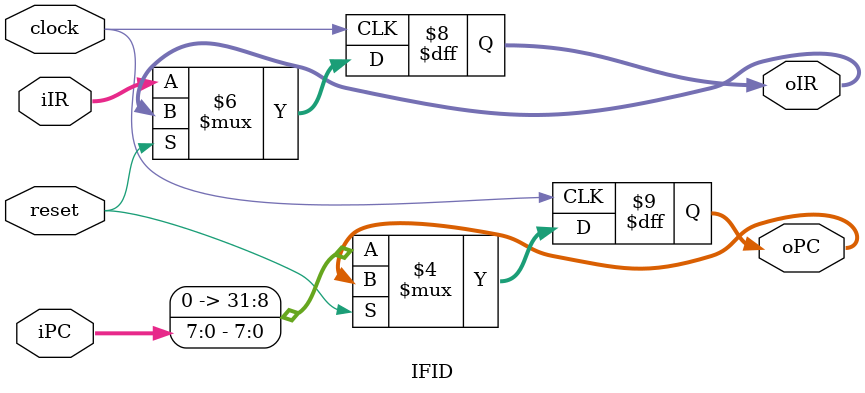
<source format=v>
module IFID(clock, reset, iIR, iPC, oIR, oPC);
input clock, reset;
input [31:0] iIR;
input [7:0]iPC;
output reg [31:0] oIR;
output reg [31:0]oPC;
initial begin
	oIR <= 32'b0;
	oPC <= 32'b0;
end

always @(posedge clock)
begin
if(~reset) begin
	oIR <= iIR;
	oPC <= iPC;
end
end
endmodule

</source>
